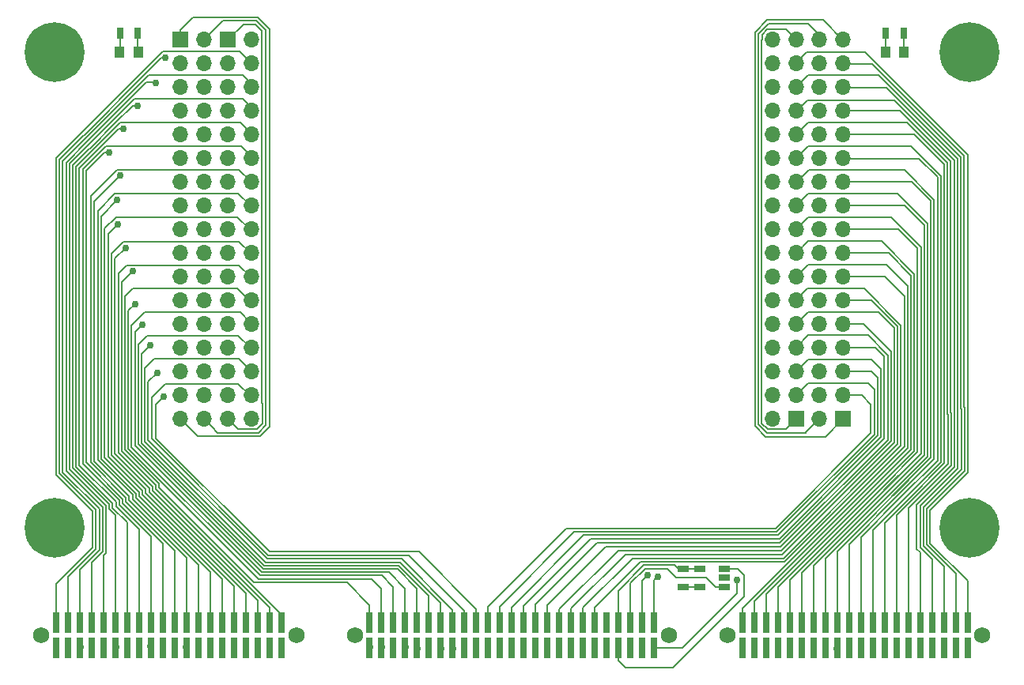
<source format=gtl>
G04 #@! TF.FileFunction,Copper,L1,Top,Signal*
%FSLAX46Y46*%
G04 Gerber Fmt 4.6, Leading zero omitted, Abs format (unit mm)*
G04 Created by KiCad (PCBNEW 4.0.1-stable) date 2017-04-25 2:34:53 PM*
%MOMM*%
G01*
G04 APERTURE LIST*
%ADD10C,0.150000*%
%ADD11R,0.736600X2.219960*%
%ADD12C,1.750000*%
%ADD13R,1.700000X1.700000*%
%ADD14O,1.700000X1.700000*%
%ADD15C,6.400000*%
%ADD16R,1.000000X1.250000*%
%ADD17R,0.700000X1.300000*%
%ADD18R,1.300000X0.700000*%
%ADD19R,1.220000X0.650000*%
%ADD20C,0.762000*%
%ADD21C,0.177800*%
G04 APERTURE END LIST*
D10*
D11*
X63906600Y-142116020D03*
X63906600Y-144843980D03*
X65176600Y-142116020D03*
X65176600Y-144843980D03*
X66446600Y-142116020D03*
X66446600Y-144843980D03*
X67716600Y-142116020D03*
X67716600Y-144843980D03*
X68986600Y-142116020D03*
X68986600Y-144843980D03*
X51206600Y-142116020D03*
X51206600Y-144843980D03*
X52476600Y-142116020D03*
X52476600Y-144843980D03*
X53746600Y-142116020D03*
X53746600Y-144843980D03*
X55016600Y-142116020D03*
X55016600Y-144843980D03*
X56286600Y-142116020D03*
X56286600Y-144843980D03*
X75336600Y-144843980D03*
X75336600Y-142116020D03*
X74066600Y-144843980D03*
X74066600Y-142116020D03*
X72796600Y-144843980D03*
X72796600Y-142116020D03*
X71526600Y-144843980D03*
X71526600Y-142116020D03*
X70256600Y-144843980D03*
X70256600Y-142116020D03*
X62636600Y-144843980D03*
X62636600Y-142116020D03*
X61366600Y-144843980D03*
X61366600Y-142116020D03*
X60096600Y-144843980D03*
X60096600Y-142116020D03*
X58826600Y-144843980D03*
X58826600Y-142116020D03*
X57556600Y-144843980D03*
X57556600Y-142116020D03*
D12*
X49619100Y-143480000D03*
X76924100Y-143480000D03*
D13*
X64483180Y-79687620D03*
D14*
X67023180Y-79687620D03*
X64483180Y-82227620D03*
X67023180Y-82227620D03*
X64483180Y-84767620D03*
X67023180Y-84767620D03*
X64483180Y-87307620D03*
X67023180Y-87307620D03*
X64483180Y-89847620D03*
X67023180Y-89847620D03*
X64483180Y-92387620D03*
X67023180Y-92387620D03*
X64483180Y-94927620D03*
X67023180Y-94927620D03*
X64483180Y-97467620D03*
X67023180Y-97467620D03*
X64483180Y-100007620D03*
X67023180Y-100007620D03*
X64483180Y-102547620D03*
X67023180Y-102547620D03*
X64483180Y-105087620D03*
X67023180Y-105087620D03*
X64483180Y-107627620D03*
X67023180Y-107627620D03*
X64483180Y-110167620D03*
X67023180Y-110167620D03*
X64483180Y-112707620D03*
X67023180Y-112707620D03*
X64483180Y-115247620D03*
X67023180Y-115247620D03*
X64483180Y-117787620D03*
X67023180Y-117787620D03*
X67023180Y-120327620D03*
X64483180Y-120327620D03*
D13*
X69588580Y-79687620D03*
D14*
X72128580Y-79687620D03*
X69588580Y-82227620D03*
X72128580Y-82227620D03*
X69588580Y-84767620D03*
X72128580Y-84767620D03*
X69588580Y-87307620D03*
X72128580Y-87307620D03*
X69588580Y-89847620D03*
X72128580Y-89847620D03*
X69588580Y-92387620D03*
X72128580Y-92387620D03*
X69588580Y-94927620D03*
X72128580Y-94927620D03*
X69588580Y-97467620D03*
X72128580Y-97467620D03*
X69588580Y-100007620D03*
X72128580Y-100007620D03*
X69588580Y-102547620D03*
X72128580Y-102547620D03*
X69588580Y-105087620D03*
X72128580Y-105087620D03*
X69588580Y-107627620D03*
X72128580Y-107627620D03*
X69588580Y-110167620D03*
X72128580Y-110167620D03*
X69588580Y-112707620D03*
X72128580Y-112707620D03*
X69588580Y-115247620D03*
X72128580Y-115247620D03*
X69588580Y-117787620D03*
X72128580Y-117787620D03*
X72128580Y-120327620D03*
X69588580Y-120327620D03*
D13*
X135448240Y-120314920D03*
D14*
X132908240Y-120314920D03*
X135448240Y-117774920D03*
X132908240Y-117774920D03*
X135448240Y-115234920D03*
X132908240Y-115234920D03*
X135448240Y-112694920D03*
X132908240Y-112694920D03*
X135448240Y-110154920D03*
X132908240Y-110154920D03*
X135448240Y-107614920D03*
X132908240Y-107614920D03*
X135448240Y-105074920D03*
X132908240Y-105074920D03*
X135448240Y-102534920D03*
X132908240Y-102534920D03*
X135448240Y-99994920D03*
X132908240Y-99994920D03*
X135448240Y-97454920D03*
X132908240Y-97454920D03*
X135448240Y-94914920D03*
X132908240Y-94914920D03*
X135448240Y-92374920D03*
X132908240Y-92374920D03*
X135448240Y-89834920D03*
X132908240Y-89834920D03*
X135448240Y-87294920D03*
X132908240Y-87294920D03*
X135448240Y-84754920D03*
X132908240Y-84754920D03*
X135448240Y-82214920D03*
X132908240Y-82214920D03*
X132908240Y-79674920D03*
X135448240Y-79674920D03*
D13*
X130429200Y-120325080D03*
D14*
X127889200Y-120325080D03*
X130429200Y-117785080D03*
X127889200Y-117785080D03*
X130429200Y-115245080D03*
X127889200Y-115245080D03*
X130429200Y-112705080D03*
X127889200Y-112705080D03*
X130429200Y-110165080D03*
X127889200Y-110165080D03*
X130429200Y-107625080D03*
X127889200Y-107625080D03*
X130429200Y-105085080D03*
X127889200Y-105085080D03*
X130429200Y-102545080D03*
X127889200Y-102545080D03*
X130429200Y-100005080D03*
X127889200Y-100005080D03*
X130429200Y-97465080D03*
X127889200Y-97465080D03*
X130429200Y-94925080D03*
X127889200Y-94925080D03*
X130429200Y-92385080D03*
X127889200Y-92385080D03*
X130429200Y-89845080D03*
X127889200Y-89845080D03*
X130429200Y-87305080D03*
X127889200Y-87305080D03*
X130429200Y-84765080D03*
X127889200Y-84765080D03*
X130429200Y-82225080D03*
X127889200Y-82225080D03*
X127889200Y-79685080D03*
X130429200Y-79685080D03*
D15*
X149000000Y-81000000D03*
X51000000Y-81000000D03*
X149000000Y-132000000D03*
X51000000Y-132000000D03*
D16*
X140000000Y-81000000D03*
X142000000Y-81000000D03*
X60000000Y-81000000D03*
X58000000Y-81000000D03*
D17*
X140050000Y-79000000D03*
X141950000Y-79000000D03*
X59950000Y-79000000D03*
X58050000Y-79000000D03*
D18*
X118350000Y-138300000D03*
X118350000Y-136400000D03*
D19*
X122760000Y-138300000D03*
X122760000Y-137350000D03*
X122760000Y-136400000D03*
X120140000Y-136400000D03*
X120140000Y-138300000D03*
D11*
X86030000Y-144843980D03*
X86030000Y-142116020D03*
X94920000Y-144843980D03*
X94920000Y-142116020D03*
X93650000Y-144843980D03*
X93650000Y-142116020D03*
X92380000Y-144843980D03*
X92380000Y-142116020D03*
X91110000Y-144843980D03*
X91110000Y-142116020D03*
X103810000Y-142116020D03*
X103810000Y-144843980D03*
X105080000Y-142116020D03*
X105080000Y-144843980D03*
X106350000Y-142116020D03*
X106350000Y-144843980D03*
X107620000Y-142116020D03*
X107620000Y-144843980D03*
X108890000Y-142116020D03*
X108890000Y-144843980D03*
X84760000Y-142116020D03*
X84760000Y-144843980D03*
X87300000Y-142116020D03*
X87300000Y-144843980D03*
X88570000Y-142116020D03*
X88570000Y-144843980D03*
X89840000Y-142116020D03*
X89840000Y-144843980D03*
X96190000Y-142116020D03*
X96190000Y-144843980D03*
X115240000Y-144843980D03*
X115240000Y-142116020D03*
X113970000Y-144843980D03*
X113970000Y-142116020D03*
X112700000Y-144843980D03*
X112700000Y-142116020D03*
X111430000Y-144843980D03*
X111430000Y-142116020D03*
X110160000Y-144843980D03*
X110160000Y-142116020D03*
X102540000Y-144843980D03*
X102540000Y-142116020D03*
X101270000Y-144843980D03*
X101270000Y-142116020D03*
X100000000Y-144843980D03*
X100000000Y-142116020D03*
X98730000Y-144843980D03*
X98730000Y-142116020D03*
X97460000Y-144843980D03*
X97460000Y-142116020D03*
D12*
X83172500Y-143480000D03*
X116827500Y-143480000D03*
D11*
X137363400Y-142116020D03*
X137363400Y-144843980D03*
X138633400Y-142116020D03*
X138633400Y-144843980D03*
X139903400Y-142116020D03*
X139903400Y-144843980D03*
X141173400Y-142116020D03*
X141173400Y-144843980D03*
X142443400Y-142116020D03*
X142443400Y-144843980D03*
X124663400Y-142116020D03*
X124663400Y-144843980D03*
X125933400Y-142116020D03*
X125933400Y-144843980D03*
X127203400Y-142116020D03*
X127203400Y-144843980D03*
X128473400Y-142116020D03*
X128473400Y-144843980D03*
X129743400Y-142116020D03*
X129743400Y-144843980D03*
X148793400Y-144843980D03*
X148793400Y-142116020D03*
X147523400Y-144843980D03*
X147523400Y-142116020D03*
X146253400Y-144843980D03*
X146253400Y-142116020D03*
X144983400Y-144843980D03*
X144983400Y-142116020D03*
X143713400Y-144843980D03*
X143713400Y-142116020D03*
X136093400Y-144843980D03*
X136093400Y-142116020D03*
X134823400Y-144843980D03*
X134823400Y-142116020D03*
X133553400Y-144843980D03*
X133553400Y-142116020D03*
X132283400Y-144843980D03*
X132283400Y-142116020D03*
X131013400Y-144843980D03*
X131013400Y-142116020D03*
D12*
X123075900Y-143480000D03*
X150380900Y-143480000D03*
D20*
X67023180Y-82227620D03*
X62900000Y-81650000D03*
X69588580Y-82227620D03*
X51200000Y-144800000D03*
X52500000Y-144800000D03*
X64483180Y-82227620D03*
X56300000Y-144800000D03*
X69588580Y-87307620D03*
X64450000Y-87350000D03*
X57600000Y-144800000D03*
X64483180Y-84767620D03*
X55000000Y-144800000D03*
X69588580Y-84767620D03*
X53800000Y-144800000D03*
X67023180Y-84767620D03*
X61900000Y-84300000D03*
X67023180Y-87307620D03*
X59900000Y-86750000D03*
X69588580Y-89847620D03*
X58800000Y-144800000D03*
X67023180Y-89847620D03*
X58400000Y-89250000D03*
X60100000Y-144800000D03*
X64483180Y-89847620D03*
X69600000Y-92400000D03*
X61300000Y-144700000D03*
X67023180Y-92387620D03*
X56850000Y-91800000D03*
X62600000Y-144800000D03*
X64483180Y-92387620D03*
X69600000Y-94950000D03*
X63900000Y-144900000D03*
X58050000Y-94250000D03*
X67023180Y-94927620D03*
X65100000Y-144800000D03*
X64483180Y-94927620D03*
X66446600Y-144843980D03*
X69588580Y-97467620D03*
X57750000Y-96850000D03*
X67023180Y-97467620D03*
X67700000Y-144700000D03*
X64483180Y-97467620D03*
X68986600Y-144843980D03*
X69588580Y-100007620D03*
X67023180Y-100007620D03*
X57800000Y-99450000D03*
X70256600Y-144843980D03*
X64483180Y-100007620D03*
X71526600Y-144843980D03*
X69588580Y-102547620D03*
X67023180Y-102547620D03*
X58650000Y-102000000D03*
X72796600Y-144843980D03*
X64483180Y-102547620D03*
X69588580Y-105087620D03*
X74066600Y-144843980D03*
X67023180Y-105087620D03*
X59400000Y-104500000D03*
X75336600Y-144843980D03*
X64483180Y-105087620D03*
X144983400Y-144843980D03*
X132908240Y-84754920D03*
X146253400Y-144843980D03*
X127889200Y-84765080D03*
X147523400Y-144843980D03*
X132910740Y-82214920D03*
X148793400Y-144843980D03*
X127899360Y-82204760D03*
X127891698Y-94925080D03*
X136100000Y-144800000D03*
X132910740Y-94914920D03*
X134800000Y-144900000D03*
X133553400Y-144843980D03*
X127891700Y-97465080D03*
X132283400Y-144843980D03*
X132910738Y-97454920D03*
X127891702Y-100005080D03*
X131000000Y-144900000D03*
X143713400Y-144843980D03*
X127893594Y-87339326D03*
X124663400Y-144843980D03*
X132910740Y-105074920D03*
X125933400Y-144843980D03*
X127891702Y-105085080D03*
X127203400Y-144843980D03*
X132910740Y-102534918D03*
X128473400Y-144843980D03*
X127891700Y-102545080D03*
X129743400Y-144843980D03*
X132910740Y-99994920D03*
X132910740Y-92374920D03*
X137363400Y-144843980D03*
X138633400Y-144843980D03*
X127891700Y-92385080D03*
X139903400Y-144843980D03*
X132910740Y-89834918D03*
X127893594Y-89879326D03*
X141173400Y-144843980D03*
X142443400Y-144843980D03*
X132910740Y-87294920D03*
X64483180Y-117787620D03*
X96200000Y-144800000D03*
X67023180Y-117787620D03*
X62700000Y-117950000D03*
X94900000Y-144900000D03*
X69588580Y-117787620D03*
X64500000Y-115250000D03*
X93700000Y-144900000D03*
X67023180Y-115247620D03*
X62000000Y-115400000D03*
X92400000Y-144900000D03*
X69588580Y-115247620D03*
X64450000Y-112700000D03*
X91100000Y-144900000D03*
X67023180Y-112707620D03*
X61250000Y-112450000D03*
X108890000Y-144843980D03*
X127876500Y-107620000D03*
X107620000Y-144843980D03*
X132910740Y-107614920D03*
X106350000Y-144843980D03*
X127891700Y-110165080D03*
X132910740Y-110154920D03*
X105080000Y-144843980D03*
X103810000Y-144843980D03*
X127891700Y-112705080D03*
X84800000Y-144800000D03*
X69600000Y-107650000D03*
X67023180Y-107627620D03*
X59650000Y-108000000D03*
X86100000Y-144800000D03*
X64483180Y-107627620D03*
X69588580Y-110167620D03*
X87300000Y-144800000D03*
X67023180Y-110167620D03*
X60400000Y-110200000D03*
X64483180Y-110167620D03*
X88600000Y-144800000D03*
X89900000Y-144900000D03*
X69588580Y-112707620D03*
X97460000Y-144843980D03*
X132910740Y-117774922D03*
X127891698Y-117785080D03*
X98730000Y-144843980D03*
X100000000Y-144843980D03*
X132910738Y-115234920D03*
X101270000Y-144843980D03*
X127891700Y-115245080D03*
X102540000Y-144843980D03*
X132910740Y-112694920D03*
X64483180Y-120327620D03*
X115600000Y-137200000D03*
X124100000Y-137600000D03*
X135450740Y-120314920D03*
X122760000Y-137350000D03*
X112700000Y-144843980D03*
X110160000Y-144843980D03*
X69588580Y-120327620D03*
X69588580Y-79687620D03*
X130429200Y-120325080D03*
X140000000Y-81000000D03*
X140050000Y-79000000D03*
X59931500Y-80950002D03*
X59931500Y-79045000D03*
X114500000Y-137100000D03*
X67000000Y-120300000D03*
X132910740Y-120314920D03*
X113970000Y-144843980D03*
X72123500Y-79680000D03*
X72128580Y-120327620D03*
X127891702Y-120325080D03*
X127889200Y-79685080D03*
X142000000Y-81000000D03*
X141950000Y-79000000D03*
X58026502Y-81013500D03*
X58026500Y-79045001D03*
D21*
X52476600Y-142116020D02*
X52476600Y-137231309D01*
X62464908Y-81650000D02*
X61314908Y-82800000D01*
X55461111Y-130078702D02*
X55461111Y-134246798D01*
X51549500Y-92542637D02*
X51549500Y-126167092D01*
X51549500Y-126167092D02*
X55461111Y-130078702D01*
X54201414Y-89890723D02*
X51549500Y-92542637D01*
X54224185Y-89890723D02*
X54201414Y-89890723D01*
X55461111Y-134246798D02*
X52476600Y-137231309D01*
X60607454Y-83507454D02*
X54224185Y-89890723D01*
X61314908Y-82800000D02*
X60607454Y-83507454D01*
X62464908Y-81650000D02*
X62900000Y-81650000D01*
X52476600Y-141828240D02*
X52476600Y-143116020D01*
X67022380Y-82227620D02*
X67023180Y-82227620D01*
X62900000Y-81650000D02*
X62900000Y-81750000D01*
X51206600Y-142116020D02*
X51206600Y-137998400D01*
X70850000Y-80950000D02*
X62639228Y-80950000D01*
X62639228Y-80950000D02*
X61369228Y-82220000D01*
X51193889Y-92395339D02*
X51193889Y-126314389D01*
X51193889Y-126314389D02*
X55105500Y-130226000D01*
X61369228Y-82220000D02*
X51193889Y-92395339D01*
X55105500Y-130226000D02*
X55105500Y-134099500D01*
X55105500Y-134099500D02*
X51206600Y-137998400D01*
X70850000Y-80950000D02*
X72127620Y-82227620D01*
X51200000Y-144800000D02*
X51206600Y-144806600D01*
X51206600Y-144806600D02*
X51206600Y-144843980D01*
X52500000Y-144800000D02*
X52476600Y-144823400D01*
X52476600Y-144823400D02*
X52476600Y-144843980D01*
X64327620Y-82227620D02*
X64483180Y-82227620D01*
X64327620Y-82227620D02*
X63900000Y-81800000D01*
X56300000Y-144800000D02*
X56286600Y-144813400D01*
X56286600Y-144813400D02*
X56286600Y-144843980D01*
X64483180Y-87316820D02*
X64450000Y-87350000D01*
X57600000Y-144800000D02*
X57556600Y-144843400D01*
X57556600Y-144843400D02*
X57556600Y-144843980D01*
X64483180Y-87316820D02*
X64483180Y-87307620D01*
X55000000Y-144800000D02*
X55016600Y-144816600D01*
X55016600Y-144816600D02*
X55016600Y-144843980D01*
X53800000Y-144800000D02*
X53756020Y-144843980D01*
X53756020Y-144843980D02*
X53746600Y-144843980D01*
X53746600Y-142116020D02*
X53746600Y-136464218D01*
X53746600Y-136464218D02*
X53746595Y-136464213D01*
X53746595Y-136464213D02*
X53746595Y-136464223D01*
X72128580Y-84767620D02*
X72128580Y-84428580D01*
X72128580Y-84428580D02*
X71200000Y-83500000D01*
X71200000Y-83500000D02*
X61117807Y-83500000D01*
X61117807Y-83500000D02*
X59857812Y-84759995D01*
X59857812Y-84759995D02*
X59857812Y-84760005D01*
X54371483Y-90246334D02*
X54348712Y-90246334D01*
X55816722Y-134394096D02*
X53746595Y-136464223D01*
X53746595Y-136464223D02*
X53746600Y-136464218D01*
X51905111Y-126019794D02*
X55816722Y-129931404D01*
X54348712Y-90246334D02*
X51905111Y-92689935D01*
X59857817Y-84760000D02*
X59857812Y-84760005D01*
X59857812Y-84760005D02*
X54371483Y-90246334D01*
X55816722Y-129931404D02*
X55816722Y-134394096D01*
X51905111Y-92689935D02*
X51905111Y-126019794D01*
X53746600Y-141828240D02*
X53746600Y-143116020D01*
X55016600Y-142116020D02*
X55016600Y-135697127D01*
X55016600Y-135697127D02*
X55016595Y-135697122D01*
X55016595Y-135697122D02*
X55016595Y-135697132D01*
X61860358Y-84260358D02*
X60860358Y-84260358D01*
X61900000Y-84300000D02*
X61860358Y-84260358D01*
X59027221Y-86093495D02*
X59027221Y-86093505D01*
X60870716Y-84250000D02*
X60860358Y-84260358D01*
X60860358Y-84260358D02*
X59027221Y-86093495D01*
X54518781Y-90601945D02*
X54496010Y-90601945D01*
X55016600Y-141828240D02*
X55016600Y-143116020D01*
X56172333Y-134541394D02*
X55016595Y-135697132D01*
X55016595Y-135697132D02*
X55016600Y-135697127D01*
X56172333Y-129784106D02*
X56172333Y-134541394D01*
X52260722Y-125872496D02*
X56172333Y-129784106D01*
X52260722Y-92837233D02*
X52260722Y-125872496D01*
X59027221Y-86093505D02*
X54518781Y-90601945D01*
X54496010Y-90601945D02*
X52260722Y-92837233D01*
X59027226Y-86093500D02*
X59027221Y-86093505D01*
X57556600Y-142116020D02*
X57556600Y-130656600D01*
X59376544Y-86750000D02*
X57556544Y-88570000D01*
X57556544Y-88570000D02*
X54813377Y-91313167D01*
X54813377Y-91313167D02*
X54790606Y-91313167D01*
X54790606Y-91313167D02*
X52971944Y-93131829D01*
X67023180Y-87307620D02*
X67023180Y-87223180D01*
X52971944Y-93131829D02*
X52971944Y-125577900D01*
X56883555Y-129489510D02*
X56883555Y-129983555D01*
X52971944Y-125577900D02*
X56883555Y-129489510D01*
X56883555Y-129983555D02*
X57556600Y-130656600D01*
X59900000Y-86750000D02*
X59376544Y-86750000D01*
X56286600Y-142116020D02*
X56286600Y-134930036D01*
X52616333Y-125725198D02*
X56527944Y-129636808D01*
X56527944Y-134688692D02*
X56286600Y-134930036D01*
X56527944Y-129636808D02*
X56527944Y-134688692D01*
X52616333Y-92984531D02*
X52616333Y-125725198D01*
X58323635Y-87300000D02*
X54666079Y-90957556D01*
X54666079Y-90957556D02*
X54643308Y-90957556D01*
X54643308Y-90957556D02*
X52616333Y-92984531D01*
X59573635Y-86050000D02*
X58323635Y-87300000D01*
X71200000Y-86050000D02*
X59573635Y-86050000D01*
X71200000Y-86050000D02*
X72128580Y-86978580D01*
X72128580Y-87307620D02*
X72128580Y-86978580D01*
X56286600Y-141828240D02*
X56286600Y-143116020D01*
X58804659Y-131395342D02*
X58804659Y-142094079D01*
X58804659Y-142094079D02*
X58826600Y-142116020D01*
X72128580Y-89847620D02*
X72128580Y-89778580D01*
X72128580Y-89778580D02*
X70900000Y-88550000D01*
X70900000Y-88550000D02*
X58079443Y-88550000D01*
X58079443Y-88550000D02*
X56789448Y-89839995D01*
X57239166Y-129829847D02*
X57239166Y-129342212D01*
X58826600Y-131417283D02*
X58804659Y-131395342D01*
X58804659Y-131395342D02*
X57239166Y-129829847D01*
X57239166Y-129342212D02*
X53327555Y-125430602D01*
X53327555Y-125430602D02*
X53327555Y-93279127D01*
X54937904Y-91668778D02*
X54960675Y-91668778D01*
X53327555Y-93279127D02*
X54937904Y-91668778D01*
X54960675Y-91668778D02*
X56789453Y-89840000D01*
X58800000Y-144800000D02*
X58826600Y-144826600D01*
X58826600Y-144826600D02*
X58826600Y-144843980D01*
X60096600Y-142116020D02*
X60096600Y-132184374D01*
X55107973Y-92024389D02*
X56022357Y-91110005D01*
X55107973Y-92024389D02*
X55085202Y-92024389D01*
X55085202Y-92024389D02*
X53683166Y-93426425D01*
X53683166Y-93426425D02*
X53683166Y-125283304D01*
X53683166Y-125283304D02*
X57594777Y-129194914D01*
X57594777Y-129194914D02*
X57594777Y-129682549D01*
X57594777Y-129682549D02*
X60096600Y-132184374D01*
X58400000Y-89250000D02*
X57882352Y-89250000D01*
X57882352Y-89250000D02*
X56022357Y-91109995D01*
X56022362Y-91110000D02*
X56022357Y-91109995D01*
X56022362Y-91110000D02*
X56022357Y-91110005D01*
X60096600Y-143116020D02*
X60096600Y-141828240D01*
X56022357Y-91109995D02*
X56022357Y-91110005D01*
X58350000Y-89350000D02*
X58350000Y-89300000D01*
X58400000Y-89250000D02*
X58350000Y-89300000D01*
X60100000Y-144800000D02*
X60096600Y-144803400D01*
X60096600Y-144803400D02*
X60096600Y-144843980D01*
X64475560Y-89840000D02*
X64483180Y-89847620D01*
X61357567Y-132942432D02*
X61357567Y-142106987D01*
X61357567Y-142106987D02*
X61366600Y-142116020D01*
X72128580Y-92387620D02*
X72128580Y-92178580D01*
X72128580Y-92178580D02*
X71050000Y-91100000D01*
X71050000Y-91100000D02*
X56535260Y-91100000D01*
X56535260Y-91100000D02*
X55255265Y-92379995D01*
X55255265Y-92379995D02*
X55232495Y-92379995D01*
X55232495Y-92379995D02*
X55232495Y-92380005D01*
X61366600Y-141828240D02*
X61366600Y-143116020D01*
X54038777Y-93573723D02*
X54038777Y-125136006D01*
X55232500Y-92380000D02*
X55232495Y-92380005D01*
X55232495Y-92380005D02*
X54038777Y-93573723D01*
X57950388Y-129535251D02*
X61357567Y-132942432D01*
X61357567Y-132942432D02*
X61366600Y-132951465D01*
X54038777Y-125136006D02*
X57950388Y-129047616D01*
X57950388Y-129047616D02*
X57950388Y-129535251D01*
X69588580Y-92388580D02*
X69600000Y-92400000D01*
X61300000Y-144700000D02*
X61366600Y-144766600D01*
X61366600Y-144766600D02*
X61366600Y-144843980D01*
X69588580Y-92388580D02*
X69588580Y-92387620D01*
X62636600Y-142116020D02*
X62636600Y-133718556D01*
X54394388Y-93755612D02*
X56350000Y-91800000D01*
X56350000Y-91800000D02*
X56850000Y-91800000D01*
X54394388Y-95059612D02*
X54394388Y-124988708D01*
X54394388Y-124988708D02*
X58305999Y-128900318D01*
X58305999Y-128900318D02*
X58305999Y-129387953D01*
X58305999Y-129387953D02*
X62636600Y-133718556D01*
X54394388Y-95059612D02*
X54394388Y-93755612D01*
X62636600Y-143116020D02*
X62636600Y-141828240D01*
X56850000Y-91850000D02*
X56850000Y-91800000D01*
X62600000Y-144800000D02*
X62636600Y-144836600D01*
X62636600Y-144836600D02*
X62636600Y-144843980D01*
X63906600Y-142116020D02*
X63906600Y-134455100D01*
X54887887Y-124979298D02*
X54887887Y-98757113D01*
X58661610Y-128753020D02*
X54887887Y-124979298D01*
X58661610Y-129210109D02*
X58661610Y-128753020D01*
X63906600Y-134455100D02*
X58661610Y-129210109D01*
X54887887Y-96462103D02*
X54887887Y-98757113D01*
X57749990Y-93600000D02*
X54887887Y-96462103D01*
X70750000Y-93600000D02*
X57749990Y-93600000D01*
X70750000Y-93600000D02*
X72077620Y-94927620D01*
X72128580Y-94927620D02*
X72077620Y-94927620D01*
X69588580Y-94938580D02*
X69600000Y-94950000D01*
X63900000Y-144900000D02*
X63906600Y-144893400D01*
X63906600Y-144893400D02*
X63906600Y-144843980D01*
X69588580Y-94938580D02*
X69588580Y-94927620D01*
X65163889Y-142103309D02*
X65163889Y-135209481D01*
X58050000Y-94250000D02*
X55290210Y-97009790D01*
X55290210Y-97009790D02*
X55290210Y-101926063D01*
X59017221Y-129062812D02*
X65163889Y-135209481D01*
X59017221Y-128605722D02*
X59017221Y-129062812D01*
X55290210Y-101926063D02*
X55290210Y-124878712D01*
X55290210Y-124878712D02*
X59017221Y-128605722D01*
X65163889Y-142103309D02*
X65176600Y-142116020D01*
X65176600Y-143116020D02*
X65176600Y-141828240D01*
X65100000Y-144800000D02*
X65143980Y-144843980D01*
X65143980Y-144843980D02*
X65176600Y-144843980D01*
X66446600Y-142116020D02*
X66446600Y-135989283D01*
X59372832Y-128915515D02*
X66446600Y-135989283D01*
X55645821Y-124731413D02*
X55645821Y-102073361D01*
X55645821Y-124731413D02*
X59372832Y-128458424D01*
X59372832Y-128458424D02*
X59372832Y-128915515D01*
X72128580Y-97467620D02*
X72017620Y-97467620D01*
X72017620Y-97467620D02*
X70700000Y-96150000D01*
X70700000Y-96150000D02*
X57495812Y-96150000D01*
X57495812Y-96150000D02*
X55645812Y-98000000D01*
X55645812Y-98000000D02*
X55645812Y-102073361D01*
X55645812Y-102073361D02*
X55645821Y-102073361D01*
X66446600Y-141828240D02*
X66446600Y-143116020D01*
X55645821Y-102073361D02*
X55645821Y-102073361D01*
X67716600Y-142116020D02*
X67716600Y-136756374D01*
X57750000Y-96850000D02*
X56003079Y-98596921D01*
X56003079Y-98596921D02*
X56003079Y-102219012D01*
X59728443Y-128768217D02*
X67716600Y-136756374D01*
X56003079Y-102219012D02*
X56003079Y-124585762D01*
X56003079Y-124585762D02*
X59728443Y-128311126D01*
X59728443Y-128311126D02*
X59728443Y-128768217D01*
X67716600Y-143116020D02*
X67716600Y-141828240D01*
X67716600Y-144716600D02*
X67700000Y-144700000D01*
X67716600Y-144716600D02*
X67716600Y-144843980D01*
X68986600Y-142116020D02*
X68986600Y-137523465D01*
X60084054Y-128163828D02*
X60084054Y-128620919D01*
X60084054Y-128620919D02*
X68986600Y-137523465D01*
X56392230Y-124472004D02*
X60084054Y-128163828D01*
X56392230Y-102332770D02*
X56392230Y-124472004D01*
X56392230Y-99907770D02*
X56392230Y-102332770D01*
X57600000Y-98700000D02*
X56392230Y-99907770D01*
X70600000Y-98700000D02*
X57600000Y-98700000D01*
X70600000Y-98700000D02*
X71907620Y-100007620D01*
X72128580Y-100007620D02*
X71907620Y-100007620D01*
X68986600Y-141828240D02*
X68986600Y-143116020D01*
X70256600Y-142116020D02*
X70256600Y-138265100D01*
X56748838Y-124325703D02*
X60439665Y-128016530D01*
X56748838Y-124325703D02*
X56748838Y-103749070D01*
X60439665Y-128016530D02*
X60439665Y-128448165D01*
X60439665Y-128448165D02*
X70256600Y-138265100D01*
X56748838Y-103749070D02*
X56747832Y-103749070D01*
X56747832Y-100502168D02*
X56747832Y-103749070D01*
X57800000Y-99450000D02*
X56747832Y-100502168D01*
X70256600Y-141828240D02*
X70256600Y-143116020D01*
X56748838Y-103749070D02*
X56748838Y-103749070D01*
X71526600Y-142116020D02*
X71526600Y-139032192D01*
X57121716Y-124195672D02*
X60795276Y-127869232D01*
X57121716Y-104778284D02*
X57121716Y-124195672D01*
X60795276Y-127869232D02*
X60795276Y-128300867D01*
X60795276Y-128300867D02*
X71526600Y-139032192D01*
X57121716Y-102578284D02*
X57121716Y-104778284D01*
X58400000Y-101300000D02*
X57121716Y-102578284D01*
X70750000Y-101300000D02*
X58400000Y-101300000D01*
X70750000Y-101300000D02*
X71997620Y-102547620D01*
X72128580Y-102547620D02*
X71997620Y-102547620D01*
X71526600Y-141828240D02*
X71526600Y-143116020D01*
X72796600Y-142116020D02*
X72796600Y-139799283D01*
X61150887Y-127721934D02*
X61150887Y-128153569D01*
X57494593Y-124065640D02*
X61150887Y-127721934D01*
X61150887Y-128153569D02*
X72796600Y-139799283D01*
X57494593Y-105675407D02*
X57494593Y-124065640D01*
X57494593Y-103155407D02*
X58650000Y-102000000D01*
X57494593Y-105675407D02*
X57494593Y-103155407D01*
X72796600Y-141828240D02*
X72796600Y-143116020D01*
X74050113Y-140549887D02*
X74050113Y-142099533D01*
X74050113Y-142099533D02*
X74066600Y-142116020D01*
X72128580Y-105087620D02*
X72037620Y-105087620D01*
X72037620Y-105087620D02*
X70800000Y-103850000D01*
X70800000Y-103850000D02*
X58750000Y-103850000D01*
X58750000Y-103850000D02*
X57850195Y-104749805D01*
X57850195Y-104749805D02*
X57850195Y-106578721D01*
X57850195Y-106578721D02*
X57861279Y-106578721D01*
X61506498Y-128006271D02*
X74050113Y-140549887D01*
X74050113Y-140549887D02*
X74066600Y-140566374D01*
X74066600Y-141828240D02*
X74066600Y-143116020D01*
X57861279Y-106578721D02*
X57861279Y-106578721D01*
X57861279Y-106578721D02*
X57861279Y-123929417D01*
X61506498Y-127574636D02*
X61506498Y-128006271D01*
X57861279Y-123929417D02*
X61506498Y-127574636D01*
X75336600Y-142116020D02*
X75336600Y-141333475D01*
X75336600Y-141333475D02*
X61862103Y-127858978D01*
X61862103Y-127858978D02*
X61862109Y-127858978D01*
X58216890Y-108763110D02*
X58216881Y-108763110D01*
X58216881Y-105683119D02*
X58216881Y-108763110D01*
X59400000Y-104500000D02*
X58216881Y-105683119D01*
X75336600Y-141828240D02*
X75336600Y-143116020D01*
X58216890Y-123782119D02*
X61862109Y-127427338D01*
X58216890Y-108763110D02*
X58216890Y-108763110D01*
X58216890Y-108763110D02*
X58216890Y-123782119D01*
X61862109Y-127427338D02*
X61862109Y-127858978D01*
X61862109Y-127858978D02*
X61862109Y-127858973D01*
X75336600Y-141333465D02*
X75336600Y-141828240D01*
X143700667Y-129657106D02*
X143700667Y-134096894D01*
X135514240Y-84818420D02*
X140083776Y-84823500D01*
X144983400Y-141828240D02*
X144983400Y-143116020D01*
X143700667Y-134096894D02*
X144983400Y-135379627D01*
X144983400Y-135379627D02*
X144983400Y-141828240D01*
X147752275Y-119368050D02*
X147752275Y-125605500D01*
X147701475Y-92441199D02*
X147701475Y-119317250D01*
X147701475Y-119317250D02*
X147752275Y-119368050D01*
X147752275Y-125605500D02*
X143700667Y-129657106D01*
X140083776Y-84823500D02*
X147701475Y-92441199D01*
X130429200Y-84765080D02*
X130429200Y-84744760D01*
X130429200Y-84744760D02*
X131683960Y-83490000D01*
X148107886Y-119220752D02*
X148107886Y-125752798D01*
X131683960Y-83490000D02*
X139253184Y-83490000D01*
X139253184Y-83490000D02*
X148057086Y-92293902D01*
X146253400Y-136146718D02*
X146253400Y-141828240D01*
X148057086Y-92293902D02*
X148057086Y-119169952D01*
X144056278Y-133949596D02*
X146253400Y-136146718D01*
X148057086Y-119169952D02*
X148107886Y-119220752D01*
X148107886Y-125752798D02*
X144056278Y-129804404D01*
X144056278Y-129804404D02*
X144056278Y-133949596D01*
X146253400Y-141828240D02*
X146253400Y-143116020D01*
X147523400Y-141828240D02*
X147523400Y-143116020D01*
X148463497Y-119073454D02*
X148463497Y-125900095D01*
X147523400Y-136913808D02*
X147523400Y-141828240D01*
X144411889Y-133802298D02*
X147523400Y-136913808D01*
X144411889Y-129951702D02*
X144411889Y-133802298D01*
X148463497Y-125900095D02*
X144411889Y-129951702D01*
X138549592Y-82283500D02*
X148412697Y-92146605D01*
X135450740Y-82278420D02*
X138549592Y-82283500D01*
X148412697Y-119022654D02*
X148463497Y-119073454D01*
X148412697Y-92146605D02*
X148412697Y-119022654D01*
X130368200Y-82225080D02*
X130378400Y-82225080D01*
X130378400Y-82225080D02*
X131589980Y-81013500D01*
X131589980Y-81013500D02*
X137782500Y-81013500D01*
X148793400Y-137680900D02*
X148793400Y-143116020D01*
X137782500Y-81013500D02*
X148793400Y-92024400D01*
X148793400Y-92024400D02*
X148793400Y-118900448D01*
X148793400Y-118900448D02*
X148819108Y-118926156D01*
X148819108Y-118926156D02*
X148819108Y-126047392D01*
X148819108Y-126047392D02*
X144767500Y-130099000D01*
X144767500Y-130099000D02*
X144767500Y-133655000D01*
X144767500Y-133655000D02*
X148793400Y-137680900D01*
X136100000Y-144800000D02*
X136093400Y-144806600D01*
X136093400Y-144806600D02*
X136093400Y-144843980D01*
X136093400Y-142116020D02*
X136093400Y-133744002D01*
X141211386Y-128626016D02*
X141211386Y-128626024D01*
X136093400Y-133744002D02*
X141211386Y-128626016D01*
X130431700Y-94988580D02*
X130431740Y-94988580D01*
X130431740Y-94988580D02*
X131770320Y-93650000D01*
X131770320Y-93650000D02*
X142044315Y-93650000D01*
X142044315Y-93650000D02*
X145212198Y-96817883D01*
X145212198Y-96817883D02*
X145212198Y-124625214D01*
X145212198Y-124625214D02*
X141211386Y-128626024D01*
X141211386Y-128626024D02*
X141211390Y-128626020D01*
X136093400Y-141828240D02*
X136093400Y-143116020D01*
X134800000Y-144900000D02*
X134823400Y-144876600D01*
X134823400Y-144876600D02*
X134823400Y-144843980D01*
X134823400Y-142116020D02*
X134823400Y-134511103D01*
X134823400Y-134511103D02*
X144856587Y-124477916D01*
X144856587Y-124477916D02*
X140855779Y-128478722D01*
X144856587Y-96965181D02*
X144856587Y-124477916D01*
X142811406Y-94920000D02*
X144856587Y-96965181D01*
X135450740Y-94914920D02*
X142811406Y-94920000D01*
X134823400Y-141828240D02*
X134823400Y-143116020D01*
X133553400Y-142116020D02*
X133553400Y-135278184D01*
X140500164Y-128331420D02*
X140500164Y-128331428D01*
X133553400Y-135278184D02*
X140500164Y-128331420D01*
X130431700Y-97465080D02*
X130431700Y-97462580D01*
X144500976Y-124330618D02*
X140500164Y-128331428D01*
X140500164Y-128331428D02*
X140500168Y-128331424D01*
X130431700Y-97462580D02*
X131704280Y-96190000D01*
X131704280Y-96190000D02*
X141300401Y-96190000D01*
X144500976Y-99390575D02*
X144500976Y-124330618D01*
X141300401Y-96190000D02*
X144500976Y-99390575D01*
X133553400Y-141828240D02*
X133553400Y-143116020D01*
X132283400Y-142116020D02*
X132283400Y-136045285D01*
X132283400Y-136045285D02*
X144145365Y-124183320D01*
X132283400Y-141828240D02*
X132283400Y-143116020D01*
X144145365Y-99537873D02*
X144145365Y-124183320D01*
X144145365Y-124183320D02*
X140144557Y-128184126D01*
X142067492Y-97460000D02*
X144145365Y-99537873D01*
X135450740Y-97454920D02*
X142067492Y-97460000D01*
X131000000Y-144900000D02*
X131013400Y-144886600D01*
X131013400Y-144886600D02*
X131013400Y-144843980D01*
X131013400Y-142116020D02*
X131013400Y-136812385D01*
X143789759Y-124036028D02*
X143789759Y-124036017D01*
X143789757Y-124036028D02*
X143789759Y-124036028D01*
X131013400Y-136812385D02*
X143789757Y-124036028D01*
X130431700Y-100005080D02*
X130434280Y-100005080D01*
X130434280Y-100005080D02*
X131709360Y-98730000D01*
X131709360Y-98730000D02*
X140621871Y-98730000D01*
X140621871Y-98730000D02*
X143789754Y-101897883D01*
X143789754Y-124036022D02*
X143789759Y-124036017D01*
X143789759Y-124036017D02*
X139788946Y-128036828D01*
X143789754Y-101897883D02*
X143789754Y-124036022D01*
X131013400Y-141828240D02*
X131013400Y-143116020D01*
X143713400Y-143116020D02*
X143713400Y-134612535D01*
X143713400Y-134612535D02*
X143345056Y-134244192D01*
X143345056Y-134244192D02*
X143345056Y-129509808D01*
X143345056Y-129509808D02*
X147396664Y-125458202D01*
X147396664Y-125458202D02*
X147396664Y-119515348D01*
X147396664Y-119515348D02*
X147345864Y-119464548D01*
X147345864Y-119464548D02*
X147345864Y-92588496D01*
X131633160Y-86157000D02*
X130431700Y-87358460D01*
X147345864Y-92588496D02*
X140914368Y-86157000D01*
X140914368Y-86157000D02*
X131633160Y-86157000D01*
X130431700Y-87358460D02*
X130431700Y-87368580D01*
X124663400Y-142116020D02*
X124663400Y-140647820D01*
X138010891Y-127300330D02*
X138010891Y-127300338D01*
X138010887Y-127300334D02*
X138010891Y-127300330D01*
X138010886Y-127300334D02*
X138010887Y-127300334D01*
X124663400Y-140647820D02*
X138010886Y-127300334D01*
X124663400Y-141828240D02*
X124663400Y-143116020D01*
X142011699Y-123299532D02*
X138010891Y-127300338D01*
X138010891Y-127300338D02*
X138010891Y-127300338D01*
X142011699Y-107175893D02*
X142011699Y-123299532D01*
X139915806Y-105080000D02*
X142011699Y-107175893D01*
X135450740Y-105074920D02*
X139915806Y-105080000D01*
X124663400Y-141478200D02*
X124663400Y-141828240D01*
X125933400Y-142116020D02*
X125933400Y-139880740D01*
X125933400Y-139880740D02*
X142367310Y-123446830D01*
X130431700Y-105085080D02*
X130431700Y-105064800D01*
X130431700Y-105064800D02*
X131686500Y-103810000D01*
X131686500Y-103810000D02*
X140132000Y-103810000D01*
X140132000Y-103810000D02*
X142367310Y-106045310D01*
X142367310Y-106045310D02*
X142367310Y-123446830D01*
X142367310Y-123446830D02*
X138366502Y-127447636D01*
X125933400Y-142374340D02*
X125933400Y-143116020D01*
X127203400Y-142116020D02*
X127203400Y-139113647D01*
X140320430Y-102540000D02*
X135450740Y-102534920D01*
X142722921Y-123594128D02*
X138722113Y-127594934D01*
X142722921Y-104942491D02*
X142722921Y-123594128D01*
X140320430Y-102540000D02*
X142722921Y-104942491D01*
X127203400Y-139113647D02*
X138722113Y-127594934D01*
X127203400Y-141472999D02*
X127203400Y-141828240D01*
X127203400Y-141828240D02*
X127203400Y-143116020D01*
X128473400Y-142116020D02*
X128473400Y-138346545D01*
X139077719Y-127742226D02*
X139077719Y-127742237D01*
X128473400Y-138346545D02*
X139077719Y-127742226D01*
X130431700Y-102608580D02*
X130431700Y-102583220D01*
X130431700Y-102583220D02*
X131744920Y-101270000D01*
X131744920Y-101270000D02*
X139553339Y-101270000D01*
X139553339Y-101270000D02*
X143078532Y-104795193D01*
X143078532Y-104795193D02*
X143078532Y-123741426D01*
X143078532Y-123741426D02*
X139077719Y-127742237D01*
X139077719Y-127742237D02*
X139077724Y-127742232D01*
X128473400Y-141828240D02*
X128473400Y-143116020D01*
X129743400Y-142116020D02*
X129743400Y-137579465D01*
X141388962Y-100000000D02*
X143434143Y-102045181D01*
X143434143Y-123888724D02*
X139433335Y-127889530D01*
X143434143Y-102045181D02*
X143434143Y-123888724D01*
X141388962Y-100000000D02*
X135514240Y-99994920D01*
X129743400Y-137579465D02*
X139433335Y-127889530D01*
X129743400Y-141828240D02*
X129743400Y-143116020D01*
X137363400Y-142116020D02*
X137363400Y-132976919D01*
X145567809Y-124772512D02*
X141567001Y-128773318D01*
X143586128Y-92443500D02*
X135450740Y-92438420D01*
X143586128Y-92443500D02*
X145567809Y-94425181D01*
X145567809Y-94425181D02*
X145567809Y-124772512D01*
X137363400Y-132976919D02*
X141567001Y-128773318D01*
X137363400Y-141828240D02*
X137363400Y-143116020D01*
X138633400Y-142116020D02*
X138633400Y-132209828D01*
X145923420Y-124919810D02*
X141922612Y-128920616D01*
X145923420Y-94277883D02*
X145923420Y-124919810D01*
X142755537Y-91110000D02*
X145923420Y-94277883D01*
X131750000Y-91110000D02*
X142755537Y-91110000D01*
X131750000Y-91110000D02*
X130480000Y-92380000D01*
X138633400Y-132209828D02*
X141922612Y-128920616D01*
X130431700Y-92448580D02*
X130454560Y-92425720D01*
X130454560Y-92425720D02*
X130459680Y-92425720D01*
X130459680Y-92425720D02*
X130480000Y-92405400D01*
X130480000Y-92405400D02*
X130480000Y-92380000D01*
X138633400Y-141828240D02*
X138633400Y-143116020D01*
X139903400Y-142116020D02*
X139903400Y-131442726D01*
X142273063Y-129073063D02*
X142273063Y-129073074D01*
X139903400Y-131442726D02*
X142273063Y-129073063D01*
X146279031Y-125067106D02*
X142273063Y-129073074D01*
X142273063Y-129073074D02*
X142278223Y-129067914D01*
X139903400Y-141828240D02*
X139903400Y-143116020D01*
X146279031Y-93030387D02*
X146279031Y-125067106D01*
X135450740Y-89834920D02*
X143088644Y-89840000D01*
X143088644Y-89840000D02*
X146279031Y-93030387D01*
X141173400Y-142116020D02*
X141173400Y-130675636D01*
X142633829Y-129215207D02*
X142633829Y-129215217D01*
X141173400Y-130675636D02*
X142633829Y-129215207D01*
X130431700Y-89845080D02*
X130431700Y-89837500D01*
X146634642Y-119759144D02*
X146685442Y-119809944D01*
X130431700Y-89837500D02*
X131699200Y-88570000D01*
X131699200Y-88570000D02*
X142321552Y-88570000D01*
X142321552Y-88570000D02*
X146634642Y-92883090D01*
X146634642Y-92883090D02*
X146634642Y-119759144D01*
X146685442Y-119809944D02*
X146685442Y-125163606D01*
X141173400Y-141828240D02*
X141173400Y-143116020D01*
X146685442Y-125163606D02*
X142633829Y-129215217D01*
X142633829Y-129215217D02*
X142633834Y-129215212D01*
X142443400Y-142116020D02*
X142443400Y-129908555D01*
X141554460Y-87300000D02*
X135450740Y-87294920D01*
X147041053Y-119662646D02*
X147041053Y-125310904D01*
X146990253Y-92735793D02*
X146990253Y-119611846D01*
X146990253Y-119611846D02*
X147041053Y-119662646D01*
X141554460Y-87300000D02*
X146990253Y-92735793D01*
X147041053Y-125310904D02*
X142989445Y-129362510D01*
X142443400Y-129908555D02*
X142989445Y-129362510D01*
X142443400Y-141828240D02*
X142443400Y-143116020D01*
X96200000Y-144800000D02*
X96190000Y-144810000D01*
X96190000Y-144810000D02*
X96190000Y-144843980D01*
X88900000Y-134569389D02*
X90069389Y-134569389D01*
X96190000Y-140690000D02*
X96190000Y-142116020D01*
X90069389Y-134569389D02*
X96190000Y-140690000D01*
X88931149Y-134569389D02*
X88900000Y-134569389D01*
X88900000Y-134569389D02*
X74033249Y-134569389D01*
X61900000Y-122436140D02*
X61900000Y-120002500D01*
X74033249Y-134569389D02*
X61900000Y-122436140D01*
X61900000Y-118750000D02*
X61900000Y-120002500D01*
X62700000Y-117950000D02*
X61900000Y-118750000D01*
X94900000Y-144900000D02*
X94920000Y-144880000D01*
X94920000Y-144880000D02*
X94920000Y-144843980D01*
X88280363Y-134925000D02*
X88925000Y-134925000D01*
X73885952Y-134925000D02*
X88280363Y-134925000D01*
X61417389Y-122456437D02*
X73885952Y-134925000D01*
X61417389Y-119405611D02*
X61417389Y-122456437D01*
X94920000Y-140920000D02*
X94920000Y-142116020D01*
X88925000Y-134925000D02*
X94920000Y-140920000D01*
X72128580Y-117787620D02*
X71937620Y-117787620D01*
X71937620Y-117787620D02*
X70700000Y-116550000D01*
X70700000Y-116550000D02*
X62900000Y-116550000D01*
X62900000Y-116550000D02*
X61450000Y-118000000D01*
X61450000Y-118000000D02*
X61450000Y-119372991D01*
X61450000Y-119372991D02*
X61417380Y-119405611D01*
X61417380Y-119405611D02*
X61417389Y-119405611D01*
X61417389Y-119405611D02*
X61417389Y-119405611D01*
X94920000Y-141564637D02*
X94920000Y-141828240D01*
X94920000Y-141828240D02*
X94920000Y-143116020D01*
X64497620Y-115247620D02*
X64500000Y-115250000D01*
X93700000Y-144900000D02*
X93650000Y-144850000D01*
X93650000Y-144850000D02*
X93650000Y-144843980D01*
X64497620Y-115247620D02*
X64483180Y-115247620D01*
X93650000Y-142116020D02*
X93650000Y-140797546D01*
X88183843Y-135331389D02*
X93650000Y-140797546D01*
X73789431Y-135331389D02*
X88183843Y-135331389D01*
X61061778Y-122603736D02*
X73789431Y-135331389D01*
X61061778Y-122603736D02*
X61061778Y-117480314D01*
X61061778Y-117480314D02*
X61061769Y-117480314D01*
X61061769Y-116338231D02*
X61061769Y-117480314D01*
X62000000Y-115400000D02*
X61061769Y-116338231D01*
X61061778Y-117480314D02*
X61061778Y-117480314D01*
X93650000Y-141828240D02*
X93650000Y-143116020D01*
X92400000Y-144900000D02*
X92380000Y-144880000D01*
X92380000Y-144880000D02*
X92380000Y-144843980D01*
X92380000Y-142116020D02*
X92380000Y-140030455D01*
X73642134Y-135687000D02*
X88036545Y-135687000D01*
X88036545Y-135687000D02*
X92380000Y-140030455D01*
X60706167Y-122751033D02*
X60706167Y-116631292D01*
X60706167Y-122751033D02*
X73642134Y-135687000D01*
X72128580Y-115247620D02*
X72128580Y-115228580D01*
X72128580Y-115228580D02*
X70800000Y-113900000D01*
X70800000Y-113900000D02*
X61700000Y-113900000D01*
X61700000Y-113900000D02*
X60706158Y-114893842D01*
X60706158Y-114893842D02*
X60706158Y-116631292D01*
X60706158Y-116631292D02*
X60706167Y-116631292D01*
X60706167Y-116631292D02*
X60706167Y-116631292D01*
X92380000Y-141828240D02*
X92380000Y-143116020D01*
X64457620Y-112707620D02*
X64450000Y-112700000D01*
X91100000Y-144900000D02*
X91110000Y-144890000D01*
X91110000Y-144890000D02*
X91110000Y-144843980D01*
X64457620Y-112707620D02*
X64483180Y-112707620D01*
X91110000Y-142116020D02*
X91110000Y-139263364D01*
X87889247Y-136042611D02*
X91110000Y-139263364D01*
X60350556Y-122898332D02*
X73494835Y-136042611D01*
X60350556Y-122898332D02*
X60350556Y-116483994D01*
X73494835Y-136042611D02*
X87889247Y-136042611D01*
X60350556Y-116483994D02*
X60350547Y-116483994D01*
X60350547Y-113349453D02*
X60350547Y-116483994D01*
X61250000Y-112450000D02*
X60350547Y-113349453D01*
X60350556Y-116483994D02*
X60350556Y-116483994D01*
X91110000Y-141828240D02*
X91110000Y-143116020D01*
X108890000Y-142116020D02*
X108890000Y-140510000D01*
X113750000Y-135650000D02*
X108890000Y-140510000D01*
X129158322Y-135650000D02*
X113750000Y-135650000D01*
X141656088Y-123152234D02*
X129158322Y-135650000D01*
X141656088Y-110271870D02*
X141656088Y-123152234D01*
X131623000Y-106350000D02*
X137734218Y-106350000D01*
X137734218Y-106350000D02*
X141656088Y-110271870D01*
X131623000Y-106350000D02*
X130431700Y-107541300D01*
X130431700Y-107561580D02*
X130431700Y-107541300D01*
X113500000Y-135250000D02*
X112950000Y-135250000D01*
X107620000Y-140580000D02*
X107620000Y-142116020D01*
X112950000Y-135250000D02*
X107620000Y-140580000D01*
X107620000Y-141089591D02*
X107620000Y-141828240D01*
X129055413Y-135250000D02*
X113500000Y-135250000D01*
X113500000Y-135250000D02*
X113459591Y-135250000D01*
X141300477Y-123004936D02*
X129055413Y-135250000D01*
X141300477Y-110419168D02*
X141300477Y-123004936D01*
X138501309Y-107620000D02*
X141300477Y-110419168D01*
X135450740Y-107614920D02*
X138501309Y-107620000D01*
X113328240Y-134850000D02*
X112150000Y-134850000D01*
X140944866Y-110566466D02*
X140944866Y-122857638D01*
X139268400Y-108890000D02*
X140944866Y-110566466D01*
X131750000Y-108890000D02*
X139268400Y-108890000D01*
X130474920Y-110165080D02*
X131750000Y-108890000D01*
X128952504Y-134850000D02*
X113328240Y-134850000D01*
X140944866Y-122857638D02*
X128952504Y-134850000D01*
X106350000Y-140650000D02*
X106350000Y-142116020D01*
X112150000Y-134850000D02*
X106350000Y-140650000D01*
X130431700Y-110165080D02*
X130474920Y-110165080D01*
X113029340Y-134425000D02*
X111375000Y-134425000D01*
X128874595Y-134425000D02*
X113029340Y-134425000D01*
X137682229Y-110160000D02*
X140589255Y-113067026D01*
X140589255Y-122710340D02*
X128874595Y-134425000D01*
X140589255Y-113067026D02*
X140589255Y-122710340D01*
X135450740Y-110154920D02*
X137682229Y-110160000D01*
X105080000Y-140720000D02*
X105080000Y-142116020D01*
X111375000Y-134425000D02*
X105080000Y-140720000D01*
X112134340Y-134050000D02*
X110050000Y-134050000D01*
X128746686Y-134050000D02*
X112134340Y-134050000D01*
X140233644Y-122563042D02*
X128746686Y-134050000D01*
X140233644Y-113505235D02*
X140233644Y-122563042D01*
X140132044Y-113403635D02*
X140233644Y-113505235D01*
X140132044Y-113360444D02*
X140132044Y-113403635D01*
X131750000Y-111366500D02*
X138138100Y-111366500D01*
X130431700Y-112684800D02*
X131750000Y-111366500D01*
X138138100Y-111366500D02*
X140132044Y-113360444D01*
X103810000Y-140290000D02*
X103810000Y-142116020D01*
X110050000Y-134050000D02*
X103810000Y-140290000D01*
X130431700Y-112705080D02*
X130431700Y-112684800D01*
X62217720Y-127700000D02*
X62217720Y-127711697D01*
X84760000Y-140260000D02*
X84760000Y-142116020D01*
X82320657Y-137820657D02*
X84760000Y-140260000D01*
X72326680Y-137820657D02*
X82320657Y-137820657D01*
X62217720Y-127711697D02*
X72326680Y-137820657D01*
X72128580Y-107627620D02*
X71877620Y-107627620D01*
X71877620Y-107627620D02*
X70600000Y-106350000D01*
X70600000Y-106350000D02*
X59400000Y-106350000D01*
X59400000Y-106350000D02*
X58572492Y-107177508D01*
X58572492Y-107177508D02*
X58572492Y-109042499D01*
X58572492Y-109042499D02*
X58572501Y-109042499D01*
X62217720Y-127280040D02*
X62217720Y-127700000D01*
X62217720Y-127700000D02*
X62217720Y-127711675D01*
X58572501Y-123634821D02*
X62217720Y-127280040D01*
X58572501Y-109042499D02*
X58572501Y-109042499D01*
X58572501Y-109042499D02*
X58572501Y-123634821D01*
X84800000Y-144800000D02*
X84760000Y-144840000D01*
X84760000Y-144840000D02*
X84760000Y-144843980D01*
X69600000Y-107650000D02*
X69588580Y-107638580D01*
X69588580Y-107638580D02*
X69588580Y-107627620D01*
X86024500Y-138475500D02*
X86024500Y-142110520D01*
X86024500Y-142110520D02*
X86030000Y-142116020D01*
X58928112Y-110591888D02*
X58928103Y-110591888D01*
X58928103Y-108721897D02*
X58928103Y-110591888D01*
X59650000Y-108000000D02*
X58928103Y-108721897D01*
X72905643Y-137465055D02*
X85014055Y-137465055D01*
X58928112Y-110591888D02*
X58928112Y-110591888D01*
X58928112Y-110591888D02*
X58928112Y-123487524D01*
X58928112Y-123487524D02*
X72905643Y-137465055D01*
X85014055Y-137465055D02*
X86024500Y-138475500D01*
X86024500Y-138475500D02*
X86030000Y-138481000D01*
X86030000Y-141828240D02*
X86030000Y-143116020D01*
X86100000Y-144800000D02*
X86056020Y-144843980D01*
X86056020Y-144843980D02*
X86030000Y-144843980D01*
X86030000Y-145830000D02*
X86030000Y-145843980D01*
X87273000Y-138327000D02*
X87273000Y-142089020D01*
X87273000Y-142089020D02*
X87300000Y-142116020D01*
X72128580Y-110167620D02*
X72128580Y-110128580D01*
X72128580Y-110128580D02*
X70900000Y-108900000D01*
X70900000Y-108900000D02*
X60683705Y-108900000D01*
X60683705Y-108900000D02*
X59283714Y-110299991D01*
X59283714Y-110299991D02*
X59283714Y-111506277D01*
X59283714Y-111506277D02*
X59283723Y-111506277D01*
X59283723Y-111506277D02*
X59283723Y-111506277D01*
X59283723Y-111506277D02*
X59283723Y-123340225D01*
X86055444Y-137109444D02*
X87273000Y-138327000D01*
X87273000Y-138327000D02*
X87300000Y-138354000D01*
X87300000Y-141828240D02*
X87300000Y-143116020D01*
X73052942Y-137109444D02*
X86055444Y-137109444D01*
X59283723Y-123340225D02*
X73052942Y-137109444D01*
X87300000Y-144800000D02*
X87300000Y-144843980D01*
X87300000Y-145775000D02*
X87300000Y-145843980D01*
X88570000Y-142116020D02*
X88570000Y-138481000D01*
X86842833Y-136753833D02*
X88570000Y-138481000D01*
X59639334Y-123192928D02*
X73200239Y-136753833D01*
X59639334Y-123192928D02*
X59639334Y-113055666D01*
X73200239Y-136753833D02*
X86842833Y-136753833D01*
X59639334Y-113055666D02*
X59639325Y-113055666D01*
X59639325Y-110960675D02*
X59639325Y-113055666D01*
X60400000Y-110200000D02*
X59639325Y-110960675D01*
X59639334Y-113055666D02*
X59639334Y-113055666D01*
X88570000Y-141828240D02*
X88570000Y-143116020D01*
X88600000Y-144800000D02*
X88570000Y-144830000D01*
X88570000Y-144830000D02*
X88570000Y-144843980D01*
X88570000Y-145770000D02*
X88570000Y-145843980D01*
X89840000Y-142116020D02*
X89840000Y-138496273D01*
X87741949Y-136398222D02*
X89840000Y-138496273D01*
X73347538Y-136398222D02*
X87741949Y-136398222D01*
X59994945Y-123045629D02*
X73347538Y-136398222D01*
X59994945Y-123045629D02*
X59994945Y-115748055D01*
X72128580Y-112707620D02*
X72007620Y-112707620D01*
X72007620Y-112707620D02*
X70700000Y-111400000D01*
X70700000Y-111400000D02*
X60900000Y-111400000D01*
X60900000Y-111400000D02*
X59994936Y-112305064D01*
X59994936Y-112305064D02*
X59994936Y-115748055D01*
X59994936Y-115748055D02*
X59994945Y-115748055D01*
X59994945Y-115748055D02*
X59994945Y-115748055D01*
X89900000Y-144900000D02*
X89843980Y-144843980D01*
X89843980Y-144843980D02*
X89840000Y-144843980D01*
X89840000Y-145785000D02*
X89840000Y-145843980D01*
X97409200Y-142065220D02*
X97409200Y-140490800D01*
X138442889Y-118757889D02*
X137459920Y-117774920D01*
X138442889Y-121839252D02*
X138442889Y-118757889D01*
X128214541Y-132067600D02*
X138442889Y-121839252D01*
X105832400Y-132067600D02*
X128214541Y-132067600D01*
X97409200Y-140490800D02*
X105832400Y-132067600D01*
X137459920Y-117774920D02*
X135450740Y-117774920D01*
X97409200Y-142065220D02*
X97460000Y-142116020D01*
X98679200Y-142065220D02*
X98679200Y-140420800D01*
X128349158Y-132435892D02*
X106664108Y-132435892D01*
X138798500Y-121986550D02*
X128349158Y-132435892D01*
X138798500Y-117145000D02*
X138798500Y-121986550D01*
X106664108Y-132435892D02*
X98679200Y-140420800D01*
X138163500Y-116510000D02*
X138798500Y-117145000D01*
X131686500Y-116510000D02*
X138163500Y-116510000D01*
X131686500Y-116510000D02*
X130429200Y-117767300D01*
X98679200Y-142065220D02*
X98730000Y-142116020D01*
X130429200Y-117785080D02*
X130429200Y-117767300D01*
X131027540Y-117785080D02*
X131027540Y-117760740D01*
X100000000Y-142116020D02*
X100000000Y-140500000D01*
X138481000Y-115240000D02*
X139166811Y-115925811D01*
X139166811Y-122121148D02*
X128496456Y-132791503D01*
X107708497Y-132791503D02*
X100000000Y-140500000D01*
X139166811Y-115925811D02*
X139166811Y-122121148D01*
X128496456Y-132791503D02*
X107708497Y-132791503D01*
X138481000Y-115240000D02*
X135450740Y-115234920D01*
X101270000Y-142116020D02*
X101270000Y-140330000D01*
X108442066Y-133157934D02*
X110486406Y-133157934D01*
X101270000Y-140330000D02*
X108442066Y-133157934D01*
X128632934Y-133157934D02*
X110486406Y-133157934D01*
X130431700Y-115245080D02*
X130431700Y-115224800D01*
X131686500Y-113970000D02*
X138481000Y-113970000D01*
X130431700Y-115224800D02*
X131686500Y-113970000D01*
X138481000Y-113970000D02*
X139522422Y-115011422D01*
X139522422Y-115011422D02*
X139522422Y-122268446D01*
X139522422Y-122268446D02*
X128632934Y-133157934D01*
X102540000Y-142116020D02*
X102540000Y-140160000D01*
X128693777Y-133600000D02*
X111314340Y-133600000D01*
X139878033Y-122415744D02*
X128693777Y-133600000D01*
X139878033Y-113652533D02*
X139878033Y-122415744D01*
X138925500Y-112700000D02*
X139878033Y-113652533D01*
X138925500Y-112700000D02*
X135450740Y-112694920D01*
X109100000Y-133600000D02*
X111314340Y-133600000D01*
X102540000Y-140160000D02*
X109100000Y-133600000D01*
X115240000Y-142116020D02*
X115240000Y-137560000D01*
X115240000Y-137560000D02*
X115600000Y-137200000D01*
X73012500Y-122161500D02*
X74028500Y-121145500D01*
X64483180Y-120327620D02*
X66317060Y-122161500D01*
X66317060Y-122161500D02*
X73012500Y-122161500D01*
X65850610Y-77292390D02*
X64483180Y-78659820D01*
X74028500Y-78537000D02*
X72783890Y-77292390D01*
X72783890Y-77292390D02*
X65850610Y-77292390D01*
X74028500Y-121145500D02*
X74028500Y-78537000D01*
X64483180Y-79687620D02*
X64483180Y-78659820D01*
X115240000Y-137560000D02*
X115600000Y-137200000D01*
X115240000Y-144843980D02*
X118256020Y-144843980D01*
X124100000Y-139000000D02*
X124100000Y-137600000D01*
X118256020Y-144843980D02*
X124100000Y-139000000D01*
X135450740Y-79738420D02*
X135450740Y-79728220D01*
X135450740Y-79728220D02*
X133307020Y-77584500D01*
X133307020Y-77584500D02*
X127331244Y-77584500D01*
X127331244Y-77584500D02*
X126022278Y-78893466D01*
X126022278Y-78893466D02*
X126022278Y-121069278D01*
X126022278Y-121069278D02*
X127178000Y-122225000D01*
X127178000Y-122225000D02*
X133540660Y-122225000D01*
X133540660Y-122225000D02*
X135450740Y-120314920D01*
X111430000Y-142116020D02*
X111430000Y-138720000D01*
X117405602Y-136005602D02*
X117800000Y-136400000D01*
X117405602Y-136005602D02*
X114144398Y-136005602D01*
X111430000Y-138720000D02*
X114144398Y-136005602D01*
X118350000Y-136400000D02*
X117800000Y-136400000D01*
X118350000Y-136400000D02*
X120140000Y-136400000D01*
X69588580Y-79687620D02*
X71234500Y-78029000D01*
X71234500Y-78029000D02*
X72509592Y-78029000D01*
X73253778Y-78773186D02*
X73253778Y-118609038D01*
X70707821Y-121444321D02*
X69583500Y-120320000D01*
X69583500Y-120322540D02*
X69588580Y-120327620D01*
X72509592Y-78029000D02*
X73253778Y-78773186D01*
X73245281Y-120828000D02*
X73245281Y-120863637D01*
X73253778Y-118609038D02*
X73266500Y-118621760D01*
X73245281Y-120863637D02*
X72664597Y-121444321D01*
X73266500Y-118621760D02*
X73266500Y-120828000D01*
X69583500Y-120320000D02*
X69583500Y-120322540D01*
X73266500Y-120828000D02*
X73245281Y-120828000D01*
X72664597Y-121444321D02*
X70707821Y-121444321D01*
X130050701Y-120706081D02*
X130431700Y-120325082D01*
X129315001Y-121441781D02*
X130050701Y-120706081D01*
X127400597Y-121441781D02*
X129315001Y-121441781D01*
X126772499Y-79704501D02*
X126733500Y-79743500D01*
X126772499Y-79149063D02*
X126772499Y-79704501D01*
X126733500Y-120774684D02*
X127400597Y-121441781D01*
X127353183Y-78568379D02*
X126772499Y-79149063D01*
X130429200Y-79685080D02*
X129312499Y-78568379D01*
X129312499Y-78568379D02*
X127353183Y-78568379D01*
X126733500Y-79743500D02*
X126733500Y-120774684D01*
X140000000Y-81000000D02*
X140000000Y-79050000D01*
X140000000Y-79050000D02*
X140050000Y-79000000D01*
X59931500Y-79045000D02*
X59931500Y-80950002D01*
X113970000Y-142116020D02*
X113970000Y-137630000D01*
X113970000Y-137630000D02*
X114500000Y-137100000D01*
X67023180Y-120323180D02*
X67000000Y-120300000D01*
X67023180Y-120323180D02*
X67023180Y-120327620D01*
X68501449Y-121805889D02*
X67873179Y-121177619D01*
X72865203Y-121805889D02*
X68501449Y-121805889D01*
X73672889Y-120998203D02*
X72865203Y-121805889D01*
X69062799Y-77648001D02*
X72631501Y-77648001D01*
X72631501Y-77648001D02*
X73672889Y-78689389D01*
X67023180Y-79687620D02*
X69062799Y-77648001D01*
X73672889Y-78689389D02*
X73672889Y-120998203D01*
X67873179Y-121177619D02*
X67023180Y-120327620D01*
X132910740Y-79738420D02*
X132910740Y-79164340D01*
X132910740Y-79164340D02*
X131686511Y-77940111D01*
X131686511Y-77940111D02*
X127478542Y-77940111D01*
X131470611Y-121869389D02*
X131496000Y-121844000D01*
X131496000Y-121729660D02*
X132910740Y-120314920D01*
X127478542Y-77940111D02*
X126377889Y-79040764D01*
X126377889Y-79040764D02*
X126377889Y-120921981D01*
X126377889Y-120921981D02*
X127325297Y-121869389D01*
X127325297Y-121869389D02*
X131470611Y-121869389D01*
X131496000Y-121844000D02*
X131496000Y-121729660D01*
X112700000Y-142116020D02*
X112700000Y-137952898D01*
X120800000Y-137300000D02*
X121800000Y-138300000D01*
X121800000Y-138300000D02*
X122760000Y-138300000D01*
X112700000Y-137952898D02*
X114291694Y-136361204D01*
X114291694Y-136361204D02*
X116661204Y-136361204D01*
X116661204Y-136361204D02*
X117600000Y-137300000D01*
X117600000Y-137300000D02*
X120800000Y-137300000D01*
X117200000Y-147000000D02*
X117225000Y-147000000D01*
X124200000Y-136400000D02*
X124900000Y-137100000D01*
X124900000Y-139300000D02*
X124900000Y-139325000D01*
X124900000Y-137100000D02*
X124900000Y-139300000D01*
X124200000Y-136400000D02*
X122760000Y-136400000D01*
X117225000Y-147000000D02*
X124900000Y-139325000D01*
X116875000Y-147000000D02*
X117200000Y-147000000D01*
X112200000Y-147000000D02*
X116875000Y-147000000D01*
X111430000Y-146230000D02*
X112200000Y-147000000D01*
X111430000Y-145843980D02*
X111430000Y-146230000D01*
X117200000Y-147000000D02*
X117100000Y-147000000D01*
X141973496Y-81013496D02*
X141973500Y-81013500D01*
X141973496Y-78981500D02*
X141973496Y-81013496D01*
X58026500Y-81013498D02*
X58026502Y-81013500D01*
X58026500Y-79045001D02*
X58026500Y-81013498D01*
X118350000Y-138300000D02*
X120140000Y-138300000D01*
M02*

</source>
